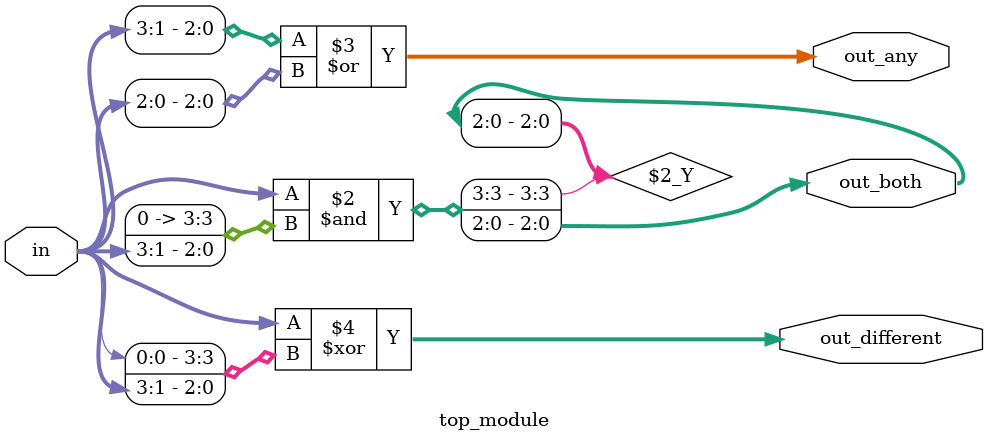
<source format=v>
module top_module(
        input [3:0] in,
        output [2:0] out_both,
        output [3:1] out_any,
        output [3:0] out_different );

        assign  out_both        = in & (in >> 1'b1);
        assign  out_any         = in[3:1] | in[2:0];
        assign  out_different   = in ^ {in[0],in[3:1]};     

endmodule

</source>
